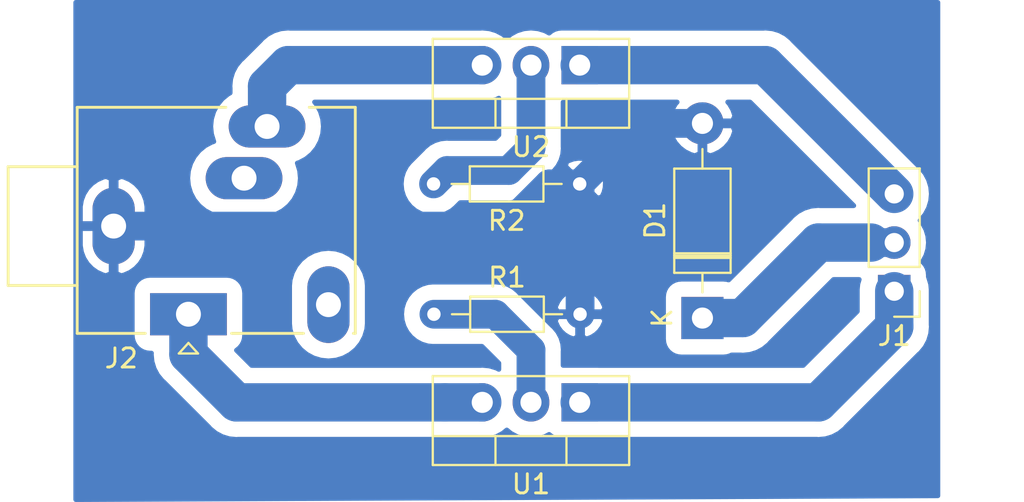
<source format=kicad_pcb>
(kicad_pcb (version 20171130) (host pcbnew 5.1.4-e60b266~84~ubuntu16.04.1)

  (general
    (thickness 1.6)
    (drawings 0)
    (tracks 30)
    (zones 0)
    (modules 7)
    (nets 9)
  )

  (page A4)
  (layers
    (0 F.Cu signal)
    (31 B.Cu signal)
    (32 B.Adhes user)
    (33 F.Adhes user)
    (34 B.Paste user)
    (35 F.Paste user)
    (36 B.SilkS user)
    (37 F.SilkS user)
    (38 B.Mask user)
    (39 F.Mask user)
    (40 Dwgs.User user)
    (41 Cmts.User user)
    (42 Eco1.User user)
    (43 Eco2.User user)
    (44 Edge.Cuts user)
    (45 Margin user)
    (46 B.CrtYd user)
    (47 F.CrtYd user)
    (48 B.Fab user)
    (49 F.Fab user)
  )

  (setup
    (last_trace_width 1)
    (trace_clearance 0.8)
    (zone_clearance 0.508)
    (zone_45_only no)
    (trace_min 0.2)
    (via_size 0.8)
    (via_drill 0.4)
    (via_min_size 0.4)
    (via_min_drill 0.3)
    (uvia_size 0.3)
    (uvia_drill 0.1)
    (uvias_allowed no)
    (uvia_min_size 0.2)
    (uvia_min_drill 0.1)
    (edge_width 0.05)
    (segment_width 0.2)
    (pcb_text_width 0.3)
    (pcb_text_size 1.5 1.5)
    (mod_edge_width 0.12)
    (mod_text_size 1 1)
    (mod_text_width 0.15)
    (pad_size 1.524 1.524)
    (pad_drill 0.762)
    (pad_to_mask_clearance 0.051)
    (solder_mask_min_width 0.25)
    (aux_axis_origin 0 0)
    (visible_elements FFFFFF7F)
    (pcbplotparams
      (layerselection 0x010fc_ffffffff)
      (usegerberextensions false)
      (usegerberattributes false)
      (usegerberadvancedattributes false)
      (creategerberjobfile false)
      (excludeedgelayer true)
      (linewidth 0.500000)
      (plotframeref false)
      (viasonmask false)
      (mode 1)
      (useauxorigin false)
      (hpglpennumber 1)
      (hpglpenspeed 20)
      (hpglpendiameter 15.000000)
      (psnegative false)
      (psa4output false)
      (plotreference true)
      (plotvalue true)
      (plotinvisibletext false)
      (padsonsilk false)
      (subtractmaskfromsilk false)
      (outputformat 1)
      (mirror false)
      (drillshape 1)
      (scaleselection 1)
      (outputdirectory ""))
  )

  (net 0 "")
  (net 1 "Net-(D1-Pad2)")
  (net 2 "Net-(D1-Pad1)")
  (net 3 "Net-(J1-Pad3)")
  (net 4 "Net-(J1-Pad1)")
  (net 5 "Net-(J2-PadT)")
  (net 6 "Net-(R1-Pad1)")
  (net 7 "Net-(R2-Pad2)")
  (net 8 "Net-(J2-PadR)")

  (net_class Default "This is the default net class."
    (clearance 0.8)
    (trace_width 1)
    (via_dia 0.8)
    (via_drill 0.4)
    (uvia_dia 0.3)
    (uvia_drill 0.1)
    (add_net "Net-(D1-Pad1)")
    (add_net "Net-(D1-Pad2)")
    (add_net "Net-(J1-Pad1)")
    (add_net "Net-(J1-Pad3)")
    (add_net "Net-(J2-PadR)")
    (add_net "Net-(J2-PadT)")
    (add_net "Net-(R1-Pad1)")
    (add_net "Net-(R2-Pad2)")
  )

  (module Connector_Audio:Jack_3.5mm_Ledino_KB3SPRS_Horizontal (layer F.Cu) (tedit 5BC12D58) (tstamp 5D8FEB9F)
    (at 103.2 76.6)
    (descr https://www.reichelt.de/index.html?ACTION=7&LA=3&OPEN=0&INDEX=0&FILENAME=C160%252FKB3SPRS.pdf)
    (tags "jack stereo TRS")
    (path /5D9160AB)
    (fp_text reference J2 (at -3.5 2.3) (layer F.SilkS)
      (effects (font (size 1 1) (thickness 0.15)))
    )
    (fp_text value AudioJack3 (at 2.3 -12.2) (layer F.Fab)
      (effects (font (size 1 1) (thickness 0.15)))
    )
    (fp_circle (center 0.1 -1.75) (end 0.4 -1.55) (layer F.Fab) (width 0.12))
    (fp_line (start 9.1 2) (end 9.1 -11.4) (layer F.CrtYd) (width 0.05))
    (fp_line (start -9.8 -11.4) (end -9.8 2) (layer F.CrtYd) (width 0.05))
    (fp_line (start -9.4 -1.5) (end -5.8 -1.5) (layer F.SilkS) (width 0.15))
    (fp_line (start -9.4 -7.7) (end -9.4 -1.5) (layer F.SilkS) (width 0.15))
    (fp_line (start -5.8 -7.7) (end -9.4 -7.7) (layer F.SilkS) (width 0.15))
    (fp_line (start -5.8 1) (end -5.8 -10.8) (layer F.SilkS) (width 0.15))
    (fp_line (start -2.25 1) (end -5.8 1) (layer F.SilkS) (width 0.15))
    (fp_line (start 6 1) (end 2.25 1) (layer F.SilkS) (width 0.15))
    (fp_line (start 8.7 1) (end 8.6 1) (layer F.SilkS) (width 0.15))
    (fp_line (start 8.7 -10.8) (end 8.7 1) (layer F.SilkS) (width 0.15))
    (fp_line (start 6.3 -10.8) (end 8.7 -10.8) (layer F.SilkS) (width 0.15))
    (fp_line (start -5.8 -10.8) (end 1.95 -10.8) (layer F.SilkS) (width 0.15))
    (fp_line (start 9.1 -11.4) (end -9.8 -11.4) (layer F.CrtYd) (width 0.05))
    (fp_line (start -9.8 2) (end 9.1 2) (layer F.CrtYd) (width 0.05))
    (fp_line (start 8.6 -10.7) (end -5.7 -10.7) (layer F.Fab) (width 0.1))
    (fp_line (start 8.6 0.9) (end 8.6 -10.7) (layer F.Fab) (width 0.1))
    (fp_line (start -5.7 0.9) (end 8.6 0.9) (layer F.Fab) (width 0.1))
    (fp_line (start -5.7 -10.7) (end -5.7 0.9) (layer F.Fab) (width 0.1))
    (fp_line (start -9.3 -7.6) (end -5.7 -7.6) (layer F.Fab) (width 0.1))
    (fp_line (start -9.3 -1.6) (end -5.7 -1.6) (layer F.Fab) (width 0.1))
    (fp_line (start -9.3 -7.6) (end -9.3 -1.6) (layer F.Fab) (width 0.1))
    (fp_line (start 0 1.5) (end -0.5 2.05) (layer F.SilkS) (width 0.12))
    (fp_line (start -0.5 2.05) (end 0.5 2.05) (layer F.SilkS) (width 0.12))
    (fp_line (start 0.5 2.05) (end 0 1.5) (layer F.SilkS) (width 0.12))
    (fp_text user %R (at 2.7 -4.6) (layer F.Fab)
      (effects (font (size 1 1) (thickness 0.15)))
    )
    (pad S thru_hole oval (at -3.9 -4.6) (size 2.2 4) (drill 1.3) (layers *.Cu *.Mask)
      (net 1 "Net-(D1-Pad2)"))
    (pad R thru_hole oval (at 4.1 -9.8) (size 4 2.2) (drill 1.3) (layers *.Cu *.Mask)
      (net 8 "Net-(J2-PadR)"))
    (pad RN thru_hole oval (at 2.9 -7.1) (size 4 2.2) (drill 1.3) (layers *.Cu *.Mask))
    (pad TN thru_hole oval (at 7.3 -0.5 90) (size 4 2.2) (drill 1.3) (layers *.Cu *.Mask))
    (pad T thru_hole rect (at 0 0) (size 4 2.2) (drill 1.3) (layers *.Cu *.Mask)
      (net 5 "Net-(J2-PadT)"))
    (model ${KISYS3DMOD}/Connector_Audio.3dshapes/Jack_3.5mm_Ledino_KB3SPRS_Horizontal.wrl
      (at (xyz 0 0 0))
      (scale (xyz 1 1 1))
      (rotate (xyz 0 0 0))
    )
  )

  (module Connector_PinHeader_2.54mm:PinHeader_1x03_P2.54mm_Vertical (layer F.Cu) (tedit 59FED5CC) (tstamp 5D8FDC5F)
    (at 140 75.4 180)
    (descr "Through hole straight pin header, 1x03, 2.54mm pitch, single row")
    (tags "Through hole pin header THT 1x03 2.54mm single row")
    (path /5D901310)
    (fp_text reference J1 (at 0 -2.33) (layer F.SilkS)
      (effects (font (size 1 1) (thickness 0.15)))
    )
    (fp_text value Conn_01x03_Male (at 0 7.41) (layer F.Fab)
      (effects (font (size 1 1) (thickness 0.15)))
    )
    (fp_text user %R (at 0 2.54 90) (layer F.Fab)
      (effects (font (size 1 1) (thickness 0.15)))
    )
    (fp_line (start 1.8 -1.8) (end -1.8 -1.8) (layer F.CrtYd) (width 0.05))
    (fp_line (start 1.8 6.85) (end 1.8 -1.8) (layer F.CrtYd) (width 0.05))
    (fp_line (start -1.8 6.85) (end 1.8 6.85) (layer F.CrtYd) (width 0.05))
    (fp_line (start -1.8 -1.8) (end -1.8 6.85) (layer F.CrtYd) (width 0.05))
    (fp_line (start -1.33 -1.33) (end 0 -1.33) (layer F.SilkS) (width 0.12))
    (fp_line (start -1.33 0) (end -1.33 -1.33) (layer F.SilkS) (width 0.12))
    (fp_line (start -1.33 1.27) (end 1.33 1.27) (layer F.SilkS) (width 0.12))
    (fp_line (start 1.33 1.27) (end 1.33 6.41) (layer F.SilkS) (width 0.12))
    (fp_line (start -1.33 1.27) (end -1.33 6.41) (layer F.SilkS) (width 0.12))
    (fp_line (start -1.33 6.41) (end 1.33 6.41) (layer F.SilkS) (width 0.12))
    (fp_line (start -1.27 -0.635) (end -0.635 -1.27) (layer F.Fab) (width 0.1))
    (fp_line (start -1.27 6.35) (end -1.27 -0.635) (layer F.Fab) (width 0.1))
    (fp_line (start 1.27 6.35) (end -1.27 6.35) (layer F.Fab) (width 0.1))
    (fp_line (start 1.27 -1.27) (end 1.27 6.35) (layer F.Fab) (width 0.1))
    (fp_line (start -0.635 -1.27) (end 1.27 -1.27) (layer F.Fab) (width 0.1))
    (pad 3 thru_hole oval (at 0 5.08 180) (size 1.7 1.7) (drill 1) (layers *.Cu *.Mask)
      (net 3 "Net-(J1-Pad3)"))
    (pad 2 thru_hole oval (at 0 2.54 180) (size 1.7 1.7) (drill 1) (layers *.Cu *.Mask)
      (net 2 "Net-(D1-Pad1)"))
    (pad 1 thru_hole rect (at 0 0 180) (size 1.7 1.7) (drill 1) (layers *.Cu *.Mask)
      (net 4 "Net-(J1-Pad1)"))
    (model ${KISYS3DMOD}/Connector_PinHeader_2.54mm.3dshapes/PinHeader_1x03_P2.54mm_Vertical.wrl
      (at (xyz 0 0 0))
      (scale (xyz 1 1 1))
      (rotate (xyz 0 0 0))
    )
  )

  (module Package_TO_SOT_THT:TO-220-3_Vertical (layer F.Cu) (tedit 5AC8BA0D) (tstamp 5D8FDCE4)
    (at 123.6 63.6 180)
    (descr "TO-220-3, Vertical, RM 2.54mm, see https://www.vishay.com/docs/66542/to-220-1.pdf")
    (tags "TO-220-3 Vertical RM 2.54mm")
    (path /5D8FCA92)
    (fp_text reference U2 (at 2.54 -4.27) (layer F.SilkS)
      (effects (font (size 1 1) (thickness 0.15)))
    )
    (fp_text value LM7805_TO220 (at 2.54 2.5) (layer F.Fab)
      (effects (font (size 1 1) (thickness 0.15)))
    )
    (fp_text user %R (at 2.54 -4.27) (layer F.Fab)
      (effects (font (size 1 1) (thickness 0.15)))
    )
    (fp_line (start 7.79 -3.4) (end -2.71 -3.4) (layer F.CrtYd) (width 0.05))
    (fp_line (start 7.79 1.51) (end 7.79 -3.4) (layer F.CrtYd) (width 0.05))
    (fp_line (start -2.71 1.51) (end 7.79 1.51) (layer F.CrtYd) (width 0.05))
    (fp_line (start -2.71 -3.4) (end -2.71 1.51) (layer F.CrtYd) (width 0.05))
    (fp_line (start 4.391 -3.27) (end 4.391 -1.76) (layer F.SilkS) (width 0.12))
    (fp_line (start 0.69 -3.27) (end 0.69 -1.76) (layer F.SilkS) (width 0.12))
    (fp_line (start -2.58 -1.76) (end 7.66 -1.76) (layer F.SilkS) (width 0.12))
    (fp_line (start 7.66 -3.27) (end 7.66 1.371) (layer F.SilkS) (width 0.12))
    (fp_line (start -2.58 -3.27) (end -2.58 1.371) (layer F.SilkS) (width 0.12))
    (fp_line (start -2.58 1.371) (end 7.66 1.371) (layer F.SilkS) (width 0.12))
    (fp_line (start -2.58 -3.27) (end 7.66 -3.27) (layer F.SilkS) (width 0.12))
    (fp_line (start 4.39 -3.15) (end 4.39 -1.88) (layer F.Fab) (width 0.1))
    (fp_line (start 0.69 -3.15) (end 0.69 -1.88) (layer F.Fab) (width 0.1))
    (fp_line (start -2.46 -1.88) (end 7.54 -1.88) (layer F.Fab) (width 0.1))
    (fp_line (start 7.54 -3.15) (end -2.46 -3.15) (layer F.Fab) (width 0.1))
    (fp_line (start 7.54 1.25) (end 7.54 -3.15) (layer F.Fab) (width 0.1))
    (fp_line (start -2.46 1.25) (end 7.54 1.25) (layer F.Fab) (width 0.1))
    (fp_line (start -2.46 -3.15) (end -2.46 1.25) (layer F.Fab) (width 0.1))
    (pad 3 thru_hole oval (at 5.08 0 180) (size 1.905 2) (drill 1.1) (layers *.Cu *.Mask)
      (net 8 "Net-(J2-PadR)"))
    (pad 2 thru_hole oval (at 2.54 0 180) (size 1.905 2) (drill 1.1) (layers *.Cu *.Mask)
      (net 7 "Net-(R2-Pad2)"))
    (pad 1 thru_hole rect (at 0 0 180) (size 1.905 2) (drill 1.1) (layers *.Cu *.Mask)
      (net 3 "Net-(J1-Pad3)"))
    (model ${KISYS3DMOD}/Package_TO_SOT_THT.3dshapes/TO-220-3_Vertical.wrl
      (at (xyz 0 0 0))
      (scale (xyz 1 1 1))
      (rotate (xyz 0 0 0))
    )
  )

  (module Package_TO_SOT_THT:TO-220-3_Vertical (layer F.Cu) (tedit 5AC8BA0D) (tstamp 5D8FDCCA)
    (at 123.6 81.2 180)
    (descr "TO-220-3, Vertical, RM 2.54mm, see https://www.vishay.com/docs/66542/to-220-1.pdf")
    (tags "TO-220-3 Vertical RM 2.54mm")
    (path /5D8FC2C6)
    (fp_text reference U1 (at 2.54 -4.27) (layer F.SilkS)
      (effects (font (size 1 1) (thickness 0.15)))
    )
    (fp_text value LM7805_TO220 (at 2.54 2.5) (layer F.Fab)
      (effects (font (size 1 1) (thickness 0.15)))
    )
    (fp_text user %R (at 2.54 -4.27) (layer F.Fab)
      (effects (font (size 1 1) (thickness 0.15)))
    )
    (fp_line (start 7.79 -3.4) (end -2.71 -3.4) (layer F.CrtYd) (width 0.05))
    (fp_line (start 7.79 1.51) (end 7.79 -3.4) (layer F.CrtYd) (width 0.05))
    (fp_line (start -2.71 1.51) (end 7.79 1.51) (layer F.CrtYd) (width 0.05))
    (fp_line (start -2.71 -3.4) (end -2.71 1.51) (layer F.CrtYd) (width 0.05))
    (fp_line (start 4.391 -3.27) (end 4.391 -1.76) (layer F.SilkS) (width 0.12))
    (fp_line (start 0.69 -3.27) (end 0.69 -1.76) (layer F.SilkS) (width 0.12))
    (fp_line (start -2.58 -1.76) (end 7.66 -1.76) (layer F.SilkS) (width 0.12))
    (fp_line (start 7.66 -3.27) (end 7.66 1.371) (layer F.SilkS) (width 0.12))
    (fp_line (start -2.58 -3.27) (end -2.58 1.371) (layer F.SilkS) (width 0.12))
    (fp_line (start -2.58 1.371) (end 7.66 1.371) (layer F.SilkS) (width 0.12))
    (fp_line (start -2.58 -3.27) (end 7.66 -3.27) (layer F.SilkS) (width 0.12))
    (fp_line (start 4.39 -3.15) (end 4.39 -1.88) (layer F.Fab) (width 0.1))
    (fp_line (start 0.69 -3.15) (end 0.69 -1.88) (layer F.Fab) (width 0.1))
    (fp_line (start -2.46 -1.88) (end 7.54 -1.88) (layer F.Fab) (width 0.1))
    (fp_line (start 7.54 -3.15) (end -2.46 -3.15) (layer F.Fab) (width 0.1))
    (fp_line (start 7.54 1.25) (end 7.54 -3.15) (layer F.Fab) (width 0.1))
    (fp_line (start -2.46 1.25) (end 7.54 1.25) (layer F.Fab) (width 0.1))
    (fp_line (start -2.46 -3.15) (end -2.46 1.25) (layer F.Fab) (width 0.1))
    (pad 3 thru_hole oval (at 5.08 0 180) (size 1.905 2) (drill 1.1) (layers *.Cu *.Mask)
      (net 5 "Net-(J2-PadT)"))
    (pad 2 thru_hole oval (at 2.54 0 180) (size 1.905 2) (drill 1.1) (layers *.Cu *.Mask)
      (net 6 "Net-(R1-Pad1)"))
    (pad 1 thru_hole rect (at 0 0 180) (size 1.905 2) (drill 1.1) (layers *.Cu *.Mask)
      (net 4 "Net-(J1-Pad1)"))
    (model ${KISYS3DMOD}/Package_TO_SOT_THT.3dshapes/TO-220-3_Vertical.wrl
      (at (xyz 0 0 0))
      (scale (xyz 1 1 1))
      (rotate (xyz 0 0 0))
    )
  )

  (module Resistor_THT:R_Axial_DIN0204_L3.6mm_D1.6mm_P7.62mm_Horizontal (layer F.Cu) (tedit 5AE5139B) (tstamp 5D8FDCB0)
    (at 123.6 69.8 180)
    (descr "Resistor, Axial_DIN0204 series, Axial, Horizontal, pin pitch=7.62mm, 0.167W, length*diameter=3.6*1.6mm^2, http://cdn-reichelt.de/documents/datenblatt/B400/1_4W%23YAG.pdf")
    (tags "Resistor Axial_DIN0204 series Axial Horizontal pin pitch 7.62mm 0.167W length 3.6mm diameter 1.6mm")
    (path /5D8FD7CB)
    (fp_text reference R2 (at 3.81 -1.92) (layer F.SilkS)
      (effects (font (size 1 1) (thickness 0.15)))
    )
    (fp_text value 1.5K (at 3.81 1.92) (layer F.Fab)
      (effects (font (size 1 1) (thickness 0.15)))
    )
    (fp_text user %R (at 3.81 0) (layer F.Fab)
      (effects (font (size 0.72 0.72) (thickness 0.108)))
    )
    (fp_line (start 8.57 -1.05) (end -0.95 -1.05) (layer F.CrtYd) (width 0.05))
    (fp_line (start 8.57 1.05) (end 8.57 -1.05) (layer F.CrtYd) (width 0.05))
    (fp_line (start -0.95 1.05) (end 8.57 1.05) (layer F.CrtYd) (width 0.05))
    (fp_line (start -0.95 -1.05) (end -0.95 1.05) (layer F.CrtYd) (width 0.05))
    (fp_line (start 6.68 0) (end 5.73 0) (layer F.SilkS) (width 0.12))
    (fp_line (start 0.94 0) (end 1.89 0) (layer F.SilkS) (width 0.12))
    (fp_line (start 5.73 -0.92) (end 1.89 -0.92) (layer F.SilkS) (width 0.12))
    (fp_line (start 5.73 0.92) (end 5.73 -0.92) (layer F.SilkS) (width 0.12))
    (fp_line (start 1.89 0.92) (end 5.73 0.92) (layer F.SilkS) (width 0.12))
    (fp_line (start 1.89 -0.92) (end 1.89 0.92) (layer F.SilkS) (width 0.12))
    (fp_line (start 7.62 0) (end 5.61 0) (layer F.Fab) (width 0.1))
    (fp_line (start 0 0) (end 2.01 0) (layer F.Fab) (width 0.1))
    (fp_line (start 5.61 -0.8) (end 2.01 -0.8) (layer F.Fab) (width 0.1))
    (fp_line (start 5.61 0.8) (end 5.61 -0.8) (layer F.Fab) (width 0.1))
    (fp_line (start 2.01 0.8) (end 5.61 0.8) (layer F.Fab) (width 0.1))
    (fp_line (start 2.01 -0.8) (end 2.01 0.8) (layer F.Fab) (width 0.1))
    (pad 2 thru_hole oval (at 7.62 0 180) (size 1.4 1.4) (drill 0.7) (layers *.Cu *.Mask)
      (net 7 "Net-(R2-Pad2)"))
    (pad 1 thru_hole circle (at 0 0 180) (size 1.4 1.4) (drill 0.7) (layers *.Cu *.Mask)
      (net 1 "Net-(D1-Pad2)"))
    (model ${KISYS3DMOD}/Resistor_THT.3dshapes/R_Axial_DIN0204_L3.6mm_D1.6mm_P7.62mm_Horizontal.wrl
      (at (xyz 0 0 0))
      (scale (xyz 1 1 1))
      (rotate (xyz 0 0 0))
    )
  )

  (module Resistor_THT:R_Axial_DIN0204_L3.6mm_D1.6mm_P7.62mm_Horizontal (layer F.Cu) (tedit 5AE5139B) (tstamp 5D8FDC99)
    (at 116 76.6)
    (descr "Resistor, Axial_DIN0204 series, Axial, Horizontal, pin pitch=7.62mm, 0.167W, length*diameter=3.6*1.6mm^2, http://cdn-reichelt.de/documents/datenblatt/B400/1_4W%23YAG.pdf")
    (tags "Resistor Axial_DIN0204 series Axial Horizontal pin pitch 7.62mm 0.167W length 3.6mm diameter 1.6mm")
    (path /5D8FD303)
    (fp_text reference R1 (at 3.81 -1.92) (layer F.SilkS)
      (effects (font (size 1 1) (thickness 0.15)))
    )
    (fp_text value 1.5K (at 3.81 1.92) (layer F.Fab)
      (effects (font (size 1 1) (thickness 0.15)))
    )
    (fp_text user %R (at 5.024999 -8.655001) (layer F.Fab)
      (effects (font (size 0.72 0.72) (thickness 0.108)))
    )
    (fp_line (start 8.57 -1.05) (end -0.95 -1.05) (layer F.CrtYd) (width 0.05))
    (fp_line (start 8.57 1.05) (end 8.57 -1.05) (layer F.CrtYd) (width 0.05))
    (fp_line (start -0.95 1.05) (end 8.57 1.05) (layer F.CrtYd) (width 0.05))
    (fp_line (start -0.95 -1.05) (end -0.95 1.05) (layer F.CrtYd) (width 0.05))
    (fp_line (start 6.68 0) (end 5.73 0) (layer F.SilkS) (width 0.12))
    (fp_line (start 0.94 0) (end 1.89 0) (layer F.SilkS) (width 0.12))
    (fp_line (start 5.73 -0.92) (end 1.89 -0.92) (layer F.SilkS) (width 0.12))
    (fp_line (start 5.73 0.92) (end 5.73 -0.92) (layer F.SilkS) (width 0.12))
    (fp_line (start 1.89 0.92) (end 5.73 0.92) (layer F.SilkS) (width 0.12))
    (fp_line (start 1.89 -0.92) (end 1.89 0.92) (layer F.SilkS) (width 0.12))
    (fp_line (start 7.62 0) (end 5.61 0) (layer F.Fab) (width 0.1))
    (fp_line (start 0 0) (end 2.01 0) (layer F.Fab) (width 0.1))
    (fp_line (start 5.61 -0.8) (end 2.01 -0.8) (layer F.Fab) (width 0.1))
    (fp_line (start 5.61 0.8) (end 5.61 -0.8) (layer F.Fab) (width 0.1))
    (fp_line (start 2.01 0.8) (end 5.61 0.8) (layer F.Fab) (width 0.1))
    (fp_line (start 2.01 -0.8) (end 2.01 0.8) (layer F.Fab) (width 0.1))
    (pad 2 thru_hole oval (at 7.62 0) (size 1.4 1.4) (drill 0.7) (layers *.Cu *.Mask)
      (net 1 "Net-(D1-Pad2)"))
    (pad 1 thru_hole circle (at 0 0) (size 1.4 1.4) (drill 0.7) (layers *.Cu *.Mask)
      (net 6 "Net-(R1-Pad1)"))
    (model ${KISYS3DMOD}/Resistor_THT.3dshapes/R_Axial_DIN0204_L3.6mm_D1.6mm_P7.62mm_Horizontal.wrl
      (at (xyz 0 0 0))
      (scale (xyz 1 1 1))
      (rotate (xyz 0 0 0))
    )
  )

  (module Diode_THT:D_DO-41_SOD81_P10.16mm_Horizontal (layer F.Cu) (tedit 5AE50CD5) (tstamp 5D8FDC26)
    (at 130 76.8 90)
    (descr "Diode, DO-41_SOD81 series, Axial, Horizontal, pin pitch=10.16mm, , length*diameter=5.2*2.7mm^2, , http://www.diodes.com/_files/packages/DO-41%20(Plastic).pdf")
    (tags "Diode DO-41_SOD81 series Axial Horizontal pin pitch 10.16mm  length 5.2mm diameter 2.7mm")
    (path /5D904260)
    (fp_text reference D1 (at 5.08 -2.47 90) (layer F.SilkS)
      (effects (font (size 1 1) (thickness 0.15)))
    )
    (fp_text value 1N4007 (at 5.08 2.47 90) (layer F.Fab)
      (effects (font (size 1 1) (thickness 0.15)))
    )
    (fp_text user K (at 0 -2.1 90) (layer F.SilkS)
      (effects (font (size 1 1) (thickness 0.15)))
    )
    (fp_text user K (at 0 -2.1 90) (layer F.Fab)
      (effects (font (size 1 1) (thickness 0.15)))
    )
    (fp_text user %R (at 5.47 0 90) (layer F.Fab)
      (effects (font (size 1 1) (thickness 0.15)))
    )
    (fp_line (start 11.51 -1.6) (end -1.35 -1.6) (layer F.CrtYd) (width 0.05))
    (fp_line (start 11.51 1.6) (end 11.51 -1.6) (layer F.CrtYd) (width 0.05))
    (fp_line (start -1.35 1.6) (end 11.51 1.6) (layer F.CrtYd) (width 0.05))
    (fp_line (start -1.35 -1.6) (end -1.35 1.6) (layer F.CrtYd) (width 0.05))
    (fp_line (start 3.14 -1.47) (end 3.14 1.47) (layer F.SilkS) (width 0.12))
    (fp_line (start 3.38 -1.47) (end 3.38 1.47) (layer F.SilkS) (width 0.12))
    (fp_line (start 3.26 -1.47) (end 3.26 1.47) (layer F.SilkS) (width 0.12))
    (fp_line (start 8.82 0) (end 7.8 0) (layer F.SilkS) (width 0.12))
    (fp_line (start 1.34 0) (end 2.36 0) (layer F.SilkS) (width 0.12))
    (fp_line (start 7.8 -1.47) (end 2.36 -1.47) (layer F.SilkS) (width 0.12))
    (fp_line (start 7.8 1.47) (end 7.8 -1.47) (layer F.SilkS) (width 0.12))
    (fp_line (start 2.36 1.47) (end 7.8 1.47) (layer F.SilkS) (width 0.12))
    (fp_line (start 2.36 -1.47) (end 2.36 1.47) (layer F.SilkS) (width 0.12))
    (fp_line (start 3.16 -1.35) (end 3.16 1.35) (layer F.Fab) (width 0.1))
    (fp_line (start 3.36 -1.35) (end 3.36 1.35) (layer F.Fab) (width 0.1))
    (fp_line (start 3.26 -1.35) (end 3.26 1.35) (layer F.Fab) (width 0.1))
    (fp_line (start 10.16 0) (end 7.68 0) (layer F.Fab) (width 0.1))
    (fp_line (start 0 0) (end 2.48 0) (layer F.Fab) (width 0.1))
    (fp_line (start 7.68 -1.35) (end 2.48 -1.35) (layer F.Fab) (width 0.1))
    (fp_line (start 7.68 1.35) (end 7.68 -1.35) (layer F.Fab) (width 0.1))
    (fp_line (start 2.48 1.35) (end 7.68 1.35) (layer F.Fab) (width 0.1))
    (fp_line (start 2.48 -1.35) (end 2.48 1.35) (layer F.Fab) (width 0.1))
    (pad 2 thru_hole oval (at 10.16 0 90) (size 2.2 2.2) (drill 1.1) (layers *.Cu *.Mask)
      (net 1 "Net-(D1-Pad2)"))
    (pad 1 thru_hole rect (at 0 0 90) (size 2.2 2.2) (drill 1.1) (layers *.Cu *.Mask)
      (net 2 "Net-(D1-Pad1)"))
    (model ${KISYS3DMOD}/Diode_THT.3dshapes/D_DO-41_SOD81_P10.16mm_Horizontal.wrl
      (at (xyz 0 0 0))
      (scale (xyz 1 1 1))
      (rotate (xyz 0 0 0))
    )
  )

  (segment (start 126.76 66.64) (end 123.6 69.8) (width 1.5) (layer B.Cu) (net 1))
  (segment (start 130 66.64) (end 126.76 66.64) (width 1.5) (layer B.Cu) (net 1))
  (segment (start 123.62 69.82) (end 123.6 69.8) (width 1) (layer B.Cu) (net 1))
  (segment (start 123.62 76.6) (end 123.62 69.82) (width 1.5) (layer B.Cu) (net 1))
  (segment (start 122 69.8) (end 123.6 69.8) (width 1.5) (layer B.Cu) (net 1))
  (segment (start 119.8 72) (end 122 69.8) (width 1.5) (layer B.Cu) (net 1))
  (segment (start 99.3 72) (end 119.8 72) (width 1.5) (layer B.Cu) (net 1))
  (segment (start 138.797919 72.86) (end 140 72.86) (width 1.5) (layer B.Cu) (net 2))
  (segment (start 136.04 72.86) (end 138.797919 72.86) (width 2) (layer B.Cu) (net 2))
  (segment (start 132.1 76.8) (end 136.04 72.86) (width 2) (layer B.Cu) (net 2))
  (segment (start 130 76.8) (end 132.1 76.8) (width 2) (layer B.Cu) (net 2))
  (segment (start 133.28 63.6) (end 140 70.32) (width 2) (layer B.Cu) (net 3))
  (segment (start 123.6 63.6) (end 133.28 63.6) (width 2) (layer B.Cu) (net 3))
  (segment (start 140 77.25) (end 140 75.4) (width 2) (layer B.Cu) (net 4))
  (segment (start 136.05 81.2) (end 140 77.25) (width 2) (layer B.Cu) (net 4))
  (segment (start 123.6 81.2) (end 136.05 81.2) (width 2) (layer B.Cu) (net 4))
  (segment (start 116.5675 81.2) (end 118.52 81.2) (width 2) (layer B.Cu) (net 5))
  (segment (start 105.7 81.2) (end 116.5675 81.2) (width 2) (layer B.Cu) (net 5))
  (segment (start 103.2 78.7) (end 105.7 81.2) (width 2) (layer B.Cu) (net 5))
  (segment (start 103.2 76.6) (end 103.2 78.7) (width 2) (layer B.Cu) (net 5))
  (segment (start 116 76.6) (end 119.2 76.6) (width 1.5) (layer B.Cu) (net 6))
  (segment (start 121.06 78.46) (end 121.06 81.2) (width 1.5) (layer B.Cu) (net 6))
  (segment (start 119.2 76.6) (end 121.06 78.46) (width 1.5) (layer B.Cu) (net 6))
  (segment (start 116.679999 69.100001) (end 119.899999 69.100001) (width 1.5) (layer B.Cu) (net 7))
  (segment (start 115.98 69.8) (end 116.679999 69.100001) (width 1.5) (layer B.Cu) (net 7))
  (segment (start 121.06 67.94) (end 121.06 63.6) (width 1.5) (layer B.Cu) (net 7))
  (segment (start 119.899999 69.100001) (end 121.06 67.94) (width 1.5) (layer B.Cu) (net 7))
  (segment (start 107.3 64.7) (end 107.3 66.8) (width 2) (layer B.Cu) (net 8))
  (segment (start 108.4 63.6) (end 107.3 64.7) (width 2) (layer B.Cu) (net 8))
  (segment (start 118.52 63.6) (end 108.4 63.6) (width 2) (layer B.Cu) (net 8))

  (zone (net 1) (net_name "Net-(D1-Pad2)") (layer B.Cu) (tstamp 0) (hatch edge 0.508)
    (connect_pads (clearance 0.508))
    (min_thickness 0.254)
    (fill yes (arc_segments 32) (thermal_gap 0.508) (thermal_bridge_width 0.508))
    (polygon
      (pts
        (xy 97.2 60.2) (xy 142.4 60.2) (xy 142.4 86.2) (xy 97.2 86.4)
      )
    )
    (filled_polygon
      (pts
        (xy 142.273 86.07356) (xy 97.327 86.272437) (xy 97.327 75.5) (xy 100.268515 75.5) (xy 100.268515 77.7)
        (xy 100.286413 77.881724) (xy 100.33942 78.056464) (xy 100.425499 78.217505) (xy 100.541341 78.358659) (xy 100.682495 78.474501)
        (xy 100.843536 78.56058) (xy 101.018276 78.613587) (xy 101.2 78.631485) (xy 101.270426 78.631485) (xy 101.263678 78.7)
        (xy 101.300884 79.077758) (xy 101.411071 79.440998) (xy 101.590007 79.775763) (xy 101.770472 79.995661) (xy 101.770476 79.995665)
        (xy 101.830814 80.069187) (xy 101.904336 80.129525) (xy 104.270475 82.495665) (xy 104.330813 82.569187) (xy 104.404335 82.629525)
        (xy 104.404338 82.629528) (xy 104.511539 82.717505) (xy 104.624237 82.809994) (xy 104.7042 82.852735) (xy 104.959001 82.988929)
        (xy 105.322241 83.099117) (xy 105.329227 83.099805) (xy 105.605342 83.127) (xy 105.60535 83.127) (xy 105.7 83.136322)
        (xy 105.79465 83.127) (xy 118.427668 83.127) (xy 118.52 83.136094) (xy 118.612332 83.127) (xy 118.614658 83.127)
        (xy 118.897758 83.099117) (xy 119.260999 82.988929) (xy 119.595763 82.809994) (xy 119.798497 82.643615) (xy 120.010753 82.817809)
        (xy 120.337266 82.992333) (xy 120.691554 83.099805) (xy 121.06 83.136094) (xy 121.428445 83.099805) (xy 121.782733 82.992333)
        (xy 122.006188 82.872895) (xy 122.129995 82.974501) (xy 122.291036 83.06058) (xy 122.465776 83.113587) (xy 122.6475 83.131485)
        (xy 124.5525 83.131485) (xy 124.598038 83.127) (xy 135.955352 83.127) (xy 136.05 83.136322) (xy 136.144648 83.127)
        (xy 136.144658 83.127) (xy 136.427758 83.099117) (xy 136.790999 82.988929) (xy 137.125763 82.809994) (xy 137.419187 82.569187)
        (xy 137.479529 82.49566) (xy 141.295665 78.679525) (xy 141.369187 78.619187) (xy 141.429525 78.545665) (xy 141.429528 78.545662)
        (xy 141.609994 78.325763) (xy 141.788929 77.990999) (xy 141.899117 77.627759) (xy 141.936323 77.25) (xy 141.927 77.155342)
        (xy 141.927 75.305343) (xy 141.899117 75.022242) (xy 141.788929 74.659001) (xy 141.781485 74.645074) (xy 141.781485 74.55)
        (xy 141.763587 74.368276) (xy 141.71058 74.193536) (xy 141.624501 74.032495) (xy 141.508659 73.891341) (xy 141.475044 73.863754)
        (xy 141.48467 73.852025) (xy 141.649677 73.543319) (xy 141.751288 73.208353) (xy 141.785598 72.86) (xy 141.751288 72.511647)
        (xy 141.649677 72.176681) (xy 141.48467 71.867975) (xy 141.350517 71.704509) (xy 141.369187 71.689187) (xy 141.609993 71.395763)
        (xy 141.788929 71.060998) (xy 141.899116 70.697758) (xy 141.936322 70.319999) (xy 141.899116 69.942241) (xy 141.788929 69.579001)
        (xy 141.609993 69.244236) (xy 141.429527 69.024338) (xy 134.709529 62.30434) (xy 134.649187 62.230813) (xy 134.355763 61.990006)
        (xy 134.020999 61.811071) (xy 133.657758 61.700883) (xy 133.374658 61.673) (xy 133.374648 61.673) (xy 133.28 61.663678)
        (xy 133.185352 61.673) (xy 124.598038 61.673) (xy 124.5525 61.668515) (xy 122.6475 61.668515) (xy 122.465776 61.686413)
        (xy 122.291036 61.73942) (xy 122.129995 61.825499) (xy 122.006188 61.927105) (xy 121.782734 61.807667) (xy 121.428446 61.700195)
        (xy 121.06 61.663906) (xy 120.691555 61.700195) (xy 120.337267 61.807667) (xy 120.010753 61.982191) (xy 119.798497 62.156385)
        (xy 119.595763 61.990006) (xy 119.260999 61.811071) (xy 118.897758 61.700883) (xy 118.614658 61.673) (xy 118.612332 61.673)
        (xy 118.52 61.663906) (xy 118.427668 61.673) (xy 108.49465 61.673) (xy 108.4 61.663678) (xy 108.30535 61.673)
        (xy 108.305342 61.673) (xy 108.055291 61.697628) (xy 108.022241 61.700883) (xy 107.670222 61.807667) (xy 107.659001 61.811071)
        (xy 107.324237 61.990006) (xy 107.030813 62.230813) (xy 106.970471 62.30434) (xy 106.00434 63.270471) (xy 105.930813 63.330813)
        (xy 105.690006 63.624237) (xy 105.511071 63.959002) (xy 105.400883 64.322243) (xy 105.373 64.605343) (xy 105.373 64.605352)
        (xy 105.363678 64.7) (xy 105.373 64.794648) (xy 105.373 65.050553) (xy 105.268411 65.106457) (xy 104.95976 65.35976)
        (xy 104.706457 65.668411) (xy 104.518236 66.020548) (xy 104.40233 66.402639) (xy 104.363193 66.8) (xy 104.40233 67.197361)
        (xy 104.518236 67.579452) (xy 104.522445 67.587326) (xy 104.420548 67.618236) (xy 104.068411 67.806457) (xy 103.75976 68.05976)
        (xy 103.506457 68.368411) (xy 103.318236 68.720548) (xy 103.20233 69.102639) (xy 103.163193 69.5) (xy 103.20233 69.897361)
        (xy 103.318236 70.279452) (xy 103.506457 70.631589) (xy 103.75976 70.94024) (xy 104.068411 71.193543) (xy 104.420548 71.381764)
        (xy 104.802639 71.49767) (xy 105.100429 71.527) (xy 107.099571 71.527) (xy 107.397361 71.49767) (xy 107.779452 71.381764)
        (xy 108.131589 71.193543) (xy 108.44024 70.94024) (xy 108.693543 70.631589) (xy 108.881764 70.279452) (xy 108.99767 69.897361)
        (xy 109.036807 69.5) (xy 108.99767 69.102639) (xy 108.881764 68.720548) (xy 108.877555 68.712674) (xy 108.979452 68.681764)
        (xy 109.331589 68.493543) (xy 109.64024 68.24024) (xy 109.893543 67.931589) (xy 110.081764 67.579452) (xy 110.19767 67.197361)
        (xy 110.236807 66.8) (xy 110.19767 66.402639) (xy 110.081764 66.020548) (xy 109.893543 65.668411) (xy 109.77749 65.527)
        (xy 118.427668 65.527) (xy 118.52 65.536094) (xy 118.612332 65.527) (xy 118.614658 65.527) (xy 118.897758 65.499117)
        (xy 119.260999 65.388929) (xy 119.383001 65.323718) (xy 119.383 67.245364) (xy 119.205364 67.423001) (xy 116.762378 67.423001)
        (xy 116.679998 67.414887) (xy 116.597618 67.423001) (xy 116.597616 67.423001) (xy 116.35125 67.447266) (xy 116.035134 67.543159)
        (xy 115.7438 67.69888) (xy 115.488443 67.908445) (xy 115.435919 67.972446) (xy 114.735929 68.672436) (xy 114.57888 68.863801)
        (xy 114.423159 69.155135) (xy 114.327266 69.471251) (xy 114.294886 69.8) (xy 114.327266 70.128749) (xy 114.423159 70.444865)
        (xy 114.57888 70.736199) (xy 114.788445 70.991555) (xy 115.043801 71.20112) (xy 115.335135 71.356841) (xy 115.651251 71.452734)
        (xy 115.98 71.485114) (xy 116.308749 71.452734) (xy 116.624865 71.356841) (xy 116.916199 71.20112) (xy 117.107564 71.044071)
        (xy 117.374634 70.777001) (xy 119.817619 70.777001) (xy 119.899999 70.785115) (xy 119.982379 70.777001) (xy 119.982382 70.777001)
        (xy 120.228748 70.752736) (xy 120.33248 70.721269) (xy 122.858336 70.721269) (xy 122.917797 70.955037) (xy 123.156242 71.065934)
        (xy 123.41174 71.128183) (xy 123.674473 71.13939) (xy 123.934344 71.099125) (xy 124.181366 71.008935) (xy 124.282203 70.955037)
        (xy 124.341664 70.721269) (xy 123.6 69.979605) (xy 122.858336 70.721269) (xy 120.33248 70.721269) (xy 120.544864 70.656843)
        (xy 120.836198 70.501122) (xy 121.091555 70.291557) (xy 121.144079 70.227557) (xy 121.497163 69.874473) (xy 122.26061 69.874473)
        (xy 122.300875 70.134344) (xy 122.391065 70.381366) (xy 122.444963 70.482203) (xy 122.678731 70.541664) (xy 123.420395 69.8)
        (xy 123.779605 69.8) (xy 124.521269 70.541664) (xy 124.755037 70.482203) (xy 124.865934 70.243758) (xy 124.928183 69.98826)
        (xy 124.93939 69.725527) (xy 124.899125 69.465656) (xy 124.808935 69.218634) (xy 124.755037 69.117797) (xy 124.521269 69.058336)
        (xy 123.779605 69.8) (xy 123.420395 69.8) (xy 122.678731 69.058336) (xy 122.444963 69.117797) (xy 122.334066 69.356242)
        (xy 122.271817 69.61174) (xy 122.26061 69.874473) (xy 121.497163 69.874473) (xy 122.187561 69.184075) (xy 122.251556 69.131556)
        (xy 122.459043 68.878731) (xy 122.858336 68.878731) (xy 123.6 69.620395) (xy 124.341664 68.878731) (xy 124.282203 68.644963)
        (xy 124.043758 68.534066) (xy 123.78826 68.471817) (xy 123.525527 68.46061) (xy 123.265656 68.500875) (xy 123.018634 68.591065)
        (xy 122.917797 68.644963) (xy 122.858336 68.878731) (xy 122.459043 68.878731) (xy 122.461121 68.876199) (xy 122.616842 68.584865)
        (xy 122.712735 68.268749) (xy 122.737 68.022383) (xy 122.737 68.022381) (xy 122.745114 67.940001) (xy 122.737 67.857621)
        (xy 122.737 67.036123) (xy 128.310821 67.036123) (xy 128.420558 67.358054) (xy 128.590992 67.652391) (xy 128.815573 67.907822)
        (xy 129.085671 68.114531) (xy 129.390906 68.264575) (xy 129.603878 68.329175) (xy 129.873 68.211125) (xy 129.873 66.767)
        (xy 130.127 66.767) (xy 130.127 68.211125) (xy 130.396122 68.329175) (xy 130.609094 68.264575) (xy 130.914329 68.114531)
        (xy 131.184427 67.907822) (xy 131.409008 67.652391) (xy 131.579442 67.358054) (xy 131.689179 67.036123) (xy 131.5716 66.767)
        (xy 130.127 66.767) (xy 129.873 66.767) (xy 128.4284 66.767) (xy 128.310821 67.036123) (xy 122.737 67.036123)
        (xy 122.737 65.531485) (xy 124.5525 65.531485) (xy 124.598038 65.527) (xy 128.67945 65.527) (xy 128.590992 65.627609)
        (xy 128.420558 65.921946) (xy 128.310821 66.243877) (xy 128.4284 66.513) (xy 129.873 66.513) (xy 129.873 66.493)
        (xy 130.127 66.493) (xy 130.127 66.513) (xy 131.5716 66.513) (xy 131.689179 66.243877) (xy 131.579442 65.921946)
        (xy 131.409008 65.627609) (xy 131.32055 65.527) (xy 132.481811 65.527) (xy 137.887811 70.933) (xy 136.134647 70.933)
        (xy 136.039999 70.923678) (xy 135.945351 70.933) (xy 135.945342 70.933) (xy 135.662242 70.960883) (xy 135.299001 71.071071)
        (xy 134.964237 71.250006) (xy 134.670813 71.490813) (xy 134.610471 71.56434) (xy 131.36357 74.811241) (xy 131.281724 74.786413)
        (xy 131.1 74.768515) (xy 128.9 74.768515) (xy 128.718276 74.786413) (xy 128.543536 74.83942) (xy 128.382495 74.925499)
        (xy 128.241341 75.041341) (xy 128.125499 75.182495) (xy 128.03942 75.343536) (xy 127.986413 75.518276) (xy 127.968515 75.7)
        (xy 127.968515 77.9) (xy 127.986413 78.081724) (xy 128.03942 78.256464) (xy 128.125499 78.417505) (xy 128.241341 78.558659)
        (xy 128.382495 78.674501) (xy 128.543536 78.76058) (xy 128.718276 78.813587) (xy 128.9 78.831485) (xy 131.1 78.831485)
        (xy 131.281724 78.813587) (xy 131.456464 78.76058) (xy 131.519287 78.727) (xy 132.005352 78.727) (xy 132.1 78.736322)
        (xy 132.194648 78.727) (xy 132.194658 78.727) (xy 132.477758 78.699117) (xy 132.840999 78.588929) (xy 133.175763 78.409994)
        (xy 133.469187 78.169187) (xy 133.529529 78.09566) (xy 136.838189 74.787) (xy 138.172244 74.787) (xy 138.100884 75.022242)
        (xy 138.073001 75.305342) (xy 138.073 76.45181) (xy 135.251811 79.273) (xy 124.598038 79.273) (xy 124.5525 79.268515)
        (xy 122.737 79.268515) (xy 122.737 78.542379) (xy 122.745114 78.459999) (xy 122.735133 78.358659) (xy 122.712735 78.131251)
        (xy 122.616842 77.815135) (xy 122.461121 77.523801) (xy 122.251556 77.268444) (xy 122.187561 77.215925) (xy 121.904965 76.933329)
        (xy 122.327284 76.933329) (xy 122.359953 77.041044) (xy 122.470208 77.278392) (xy 122.624649 77.48967) (xy 122.81734 77.666759)
        (xy 123.040877 77.802853) (xy 123.28667 77.892722) (xy 123.493 77.770201) (xy 123.493 76.727) (xy 123.747 76.727)
        (xy 123.747 77.770201) (xy 123.95333 77.892722) (xy 124.199123 77.802853) (xy 124.42266 77.666759) (xy 124.615351 77.48967)
        (xy 124.769792 77.278392) (xy 124.880047 77.041044) (xy 124.912716 76.933329) (xy 124.789374 76.727) (xy 123.747 76.727)
        (xy 123.493 76.727) (xy 122.450626 76.727) (xy 122.327284 76.933329) (xy 121.904965 76.933329) (xy 121.238307 76.266671)
        (xy 122.327284 76.266671) (xy 122.450626 76.473) (xy 123.493 76.473) (xy 123.493 75.429799) (xy 123.747 75.429799)
        (xy 123.747 76.473) (xy 124.789374 76.473) (xy 124.912716 76.266671) (xy 124.880047 76.158956) (xy 124.769792 75.921608)
        (xy 124.615351 75.71033) (xy 124.42266 75.533241) (xy 124.199123 75.397147) (xy 123.95333 75.307278) (xy 123.747 75.429799)
        (xy 123.493 75.429799) (xy 123.28667 75.307278) (xy 123.040877 75.397147) (xy 122.81734 75.533241) (xy 122.624649 75.71033)
        (xy 122.470208 75.921608) (xy 122.359953 76.158956) (xy 122.327284 76.266671) (xy 121.238307 76.266671) (xy 120.44408 75.472445)
        (xy 120.391556 75.408444) (xy 120.136199 75.198879) (xy 119.844865 75.043158) (xy 119.528749 74.947265) (xy 119.282383 74.923)
        (xy 119.28238 74.923) (xy 119.2 74.914886) (xy 119.11762 74.923) (xy 115.917617 74.923) (xy 115.671251 74.947265)
        (xy 115.355135 75.043158) (xy 115.063801 75.198879) (xy 114.808444 75.408444) (xy 114.598879 75.663801) (xy 114.443158 75.955135)
        (xy 114.347265 76.271251) (xy 114.314886 76.6) (xy 114.347265 76.928749) (xy 114.443158 77.244865) (xy 114.598879 77.536199)
        (xy 114.808444 77.791556) (xy 115.063801 78.001121) (xy 115.355135 78.156842) (xy 115.671251 78.252735) (xy 115.917617 78.277)
        (xy 118.505365 78.277) (xy 119.383 79.154636) (xy 119.383 79.476282) (xy 119.260999 79.411071) (xy 118.897758 79.300883)
        (xy 118.614658 79.273) (xy 118.612332 79.273) (xy 118.52 79.263906) (xy 118.427668 79.273) (xy 106.49819 79.273)
        (xy 105.705896 78.480706) (xy 105.717505 78.474501) (xy 105.858659 78.358659) (xy 105.974501 78.217505) (xy 106.06058 78.056464)
        (xy 106.113587 77.881724) (xy 106.131485 77.7) (xy 106.131485 75.5) (xy 106.113587 75.318276) (xy 106.06058 75.143536)
        (xy 106.03754 75.10043) (xy 108.473 75.10043) (xy 108.473 77.099571) (xy 108.502331 77.397361) (xy 108.618237 77.779452)
        (xy 108.806458 78.131589) (xy 109.059761 78.44024) (xy 109.368412 78.693543) (xy 109.720549 78.881764) (xy 110.10264 78.99767)
        (xy 110.5 79.036807) (xy 110.897361 78.99767) (xy 111.279452 78.881764) (xy 111.631589 78.693543) (xy 111.94024 78.44024)
        (xy 112.193543 78.131589) (xy 112.381764 77.779452) (xy 112.49767 77.397361) (xy 112.527 77.09957) (xy 112.527 75.100429)
        (xy 112.49767 74.802639) (xy 112.381764 74.420548) (xy 112.193543 74.068411) (xy 111.94024 73.75976) (xy 111.631589 73.506457)
        (xy 111.279451 73.318236) (xy 110.89736 73.20233) (xy 110.5 73.163193) (xy 110.102639 73.20233) (xy 109.720548 73.318236)
        (xy 109.368411 73.506457) (xy 109.05976 73.75976) (xy 108.806457 74.068411) (xy 108.618236 74.420549) (xy 108.50233 74.80264)
        (xy 108.473 75.10043) (xy 106.03754 75.10043) (xy 105.974501 74.982495) (xy 105.858659 74.841341) (xy 105.717505 74.725499)
        (xy 105.556464 74.63942) (xy 105.381724 74.586413) (xy 105.2 74.568515) (xy 101.2 74.568515) (xy 101.018276 74.586413)
        (xy 100.843536 74.63942) (xy 100.682495 74.725499) (xy 100.541341 74.841341) (xy 100.425499 74.982495) (xy 100.33942 75.143536)
        (xy 100.286413 75.318276) (xy 100.268515 75.5) (xy 97.327 75.5) (xy 97.327 72.127) (xy 97.565 72.127)
        (xy 97.565 73.027) (xy 97.623114 73.363041) (xy 97.74567 73.681288) (xy 97.927958 73.969511) (xy 98.162973 74.216633)
        (xy 98.441683 74.413157) (xy 98.753378 74.551531) (xy 98.903878 74.589175) (xy 99.173 74.471125) (xy 99.173 72.127)
        (xy 99.427 72.127) (xy 99.427 74.471125) (xy 99.696122 74.589175) (xy 99.846622 74.551531) (xy 100.158317 74.413157)
        (xy 100.437027 74.216633) (xy 100.672042 73.969511) (xy 100.85433 73.681288) (xy 100.976886 73.363041) (xy 101.035 73.027)
        (xy 101.035 72.127) (xy 99.427 72.127) (xy 99.173 72.127) (xy 97.565 72.127) (xy 97.327 72.127)
        (xy 97.327 70.973) (xy 97.565 70.973) (xy 97.565 71.873) (xy 99.173 71.873) (xy 99.173 69.528875)
        (xy 99.427 69.528875) (xy 99.427 71.873) (xy 101.035 71.873) (xy 101.035 70.973) (xy 100.976886 70.636959)
        (xy 100.85433 70.318712) (xy 100.672042 70.030489) (xy 100.437027 69.783367) (xy 100.158317 69.586843) (xy 99.846622 69.448469)
        (xy 99.696122 69.410825) (xy 99.427 69.528875) (xy 99.173 69.528875) (xy 98.903878 69.410825) (xy 98.753378 69.448469)
        (xy 98.441683 69.586843) (xy 98.162973 69.783367) (xy 97.927958 70.030489) (xy 97.74567 70.318712) (xy 97.623114 70.636959)
        (xy 97.565 70.973) (xy 97.327 70.973) (xy 97.327 60.327) (xy 142.273 60.327)
      )
    )
  )
)

</source>
